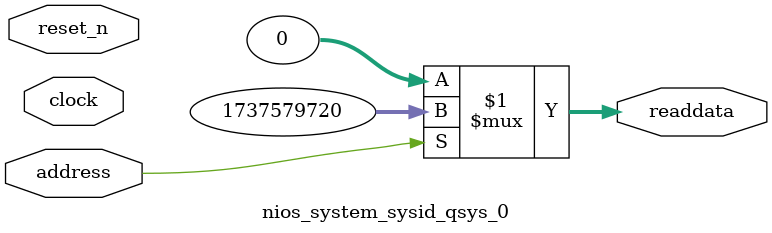
<source format=v>



// synthesis translate_off
`timescale 1ns / 1ps
// synthesis translate_on

// turn off superfluous verilog processor warnings 
// altera message_level Level1 
// altera message_off 10034 10035 10036 10037 10230 10240 10030 

module nios_system_sysid_qsys_0 (
               // inputs:
                address,
                clock,
                reset_n,

               // outputs:
                readdata
             )
;

  output  [ 31: 0] readdata;
  input            address;
  input            clock;
  input            reset_n;

  wire    [ 31: 0] readdata;
  //control_slave, which is an e_avalon_slave
  assign readdata = address ? 1737579720 : 0;

endmodule



</source>
